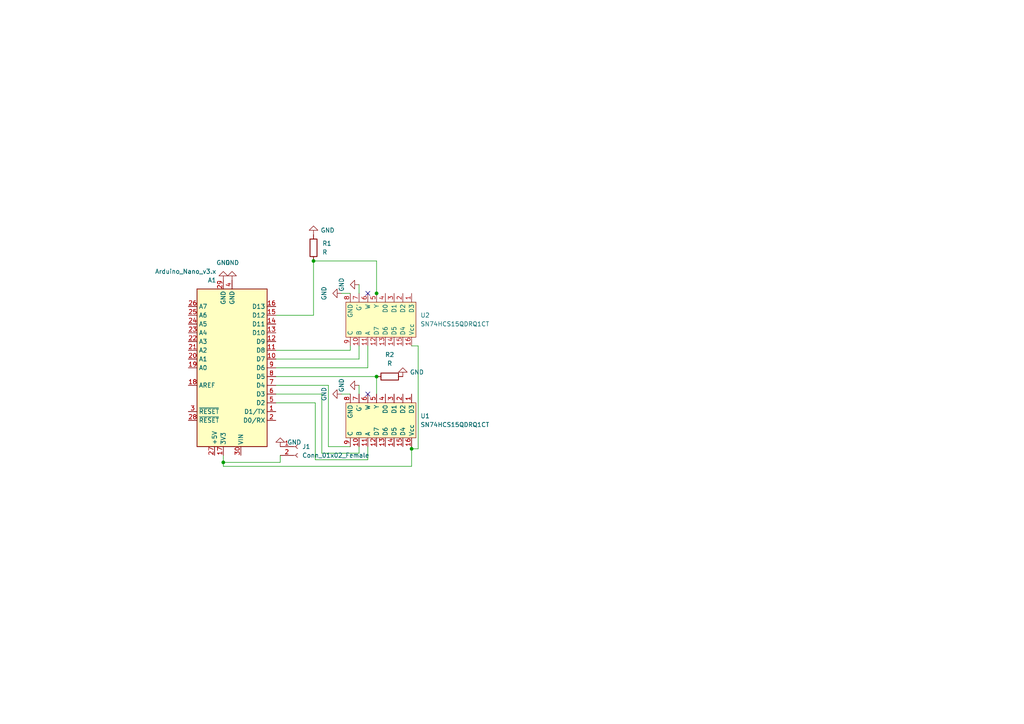
<source format=kicad_sch>
(kicad_sch (version 20211123) (generator eeschema)
  (paper "A4")
  (lib_symbols
    (symbol "Connector:Conn_01x02_Female" (pin_names (offset 1.016) hide)
      (property "Reference" "J" (at 0 2.54 0))
      (property "Value" "Conn_01x02_Female" (at 0 -5.08 0))
      (symbol "Conn_01x02_Female_1_1"
        (arc (start 0 -2.032) (mid -0.508 -2.54) (end 0 -3.048) (stroke (width 0.1524)))
        (polyline (pts (xy -1.27 -2.54) (xy -0.508 -2.54)) (stroke (width 0.1524)))
        (polyline (pts (xy -1.27 0) (xy -0.508 0)) (stroke (width 0.1524)))
        (arc (start 0 0.508) (mid -0.508 0) (end 0 -0.508) (stroke (width 0.1524)))
        (pin passive line (at -5.08 0 0) (length 3.81) (name "Pin_1") (number "1"))
        (pin passive line (at -5.08 -2.54 0) (length 3.81) (name "Pin_2") (number "2"))
      )
    )
    (symbol "Device:R" (pin_numbers hide) (pin_names (offset 0))
      (property "Reference" "R" (at 2.032 0 90))
      (property "Value" "R" (at 0 0 90))
      (symbol "R_0_1"
        (rectangle (start -1.016 -2.54) (end 1.016 2.54) (stroke (width 0.254)))
      )
      (symbol "R_1_1"
        (pin passive line (at 0 3.81 270) (length 1.27) (name "~") (number "1"))
        (pin passive line (at 0 -3.81 90) (length 1.27) (name "~") (number "2"))
      )
    )
    (symbol "MCU_Module:Arduino_Nano_v3.x"
      (property "Reference" "A" (at -10.16 23.495 0))
      (property "Value" "Arduino_Nano_v3.x" (at 5.08 -24.13 0))
      (symbol "Arduino_Nano_v3.x_0_1"
        (rectangle (start -10.16 22.86) (end 10.16 -22.86) (stroke (width 0.254)) (fill (type background)))
      )
      (symbol "Arduino_Nano_v3.x_1_1"
        (pin bidirectional line (at -12.7 12.7 0) (length 2.54) (name "D1/TX") (number "1"))
        (pin bidirectional line (at -12.7 -2.54 0) (length 2.54) (name "D7") (number "10"))
        (pin bidirectional line (at -12.7 -5.08 0) (length 2.54) (name "D8") (number "11"))
        (pin bidirectional line (at -12.7 -7.62 0) (length 2.54) (name "D9") (number "12"))
        (pin bidirectional line (at -12.7 -10.16 0) (length 2.54) (name "D10") (number "13"))
        (pin bidirectional line (at -12.7 -12.7 0) (length 2.54) (name "D11") (number "14"))
        (pin bidirectional line (at -12.7 -15.24 0) (length 2.54) (name "D12") (number "15"))
        (pin bidirectional line (at -12.7 -17.78 0) (length 2.54) (name "D13") (number "16"))
        (pin power_out line (at 2.54 25.4 270) (length 2.54) (name "3V3") (number "17"))
        (pin input line (at 12.7 5.08 180) (length 2.54) (name "AREF") (number "18"))
        (pin bidirectional line (at 12.7 0 180) (length 2.54) (name "A0") (number "19"))
        (pin bidirectional line (at -12.7 15.24 0) (length 2.54) (name "D0/RX") (number "2"))
        (pin bidirectional line (at 12.7 -2.54 180) (length 2.54) (name "A1") (number "20"))
        (pin bidirectional line (at 12.7 -5.08 180) (length 2.54) (name "A2") (number "21"))
        (pin bidirectional line (at 12.7 -7.62 180) (length 2.54) (name "A3") (number "22"))
        (pin bidirectional line (at 12.7 -10.16 180) (length 2.54) (name "A4") (number "23"))
        (pin bidirectional line (at 12.7 -12.7 180) (length 2.54) (name "A5") (number "24"))
        (pin bidirectional line (at 12.7 -15.24 180) (length 2.54) (name "A6") (number "25"))
        (pin bidirectional line (at 12.7 -17.78 180) (length 2.54) (name "A7") (number "26"))
        (pin power_out line (at 5.08 25.4 270) (length 2.54) (name "+5V") (number "27"))
        (pin input line (at 12.7 15.24 180) (length 2.54) (name "~{RESET}") (number "28"))
        (pin power_in line (at 2.54 -25.4 90) (length 2.54) (name "GND") (number "29"))
        (pin input line (at 12.7 12.7 180) (length 2.54) (name "~{RESET}") (number "3"))
        (pin power_in line (at -2.54 25.4 270) (length 2.54) (name "VIN") (number "30"))
        (pin power_in line (at 0 -25.4 90) (length 2.54) (name "GND") (number "4"))
        (pin bidirectional line (at -12.7 10.16 0) (length 2.54) (name "D2") (number "5"))
        (pin bidirectional line (at -12.7 7.62 0) (length 2.54) (name "D3") (number "6"))
        (pin bidirectional line (at -12.7 5.08 0) (length 2.54) (name "D4") (number "7"))
        (pin bidirectional line (at -12.7 2.54 0) (length 2.54) (name "D5") (number "8"))
        (pin bidirectional line (at -12.7 0 0) (length 2.54) (name "D6") (number "9"))
      )
    )
    (symbol "power:GND" (power) (pin_names (offset 0))
      (property "Value" "GND" (at 0 -3.81 0))
      (symbol "GND_0_1"
        (polyline (pts (xy 0 0) (xy 0 -1.27) (xy 1.27 -1.27) (xy 0 -2.54) (xy -1.27 -1.27) (xy 0 -1.27)))
      )
      (symbol "GND_1_1"
        (pin power_in line (at 0 0 270) (length 0) hide (name "GND") (number "1"))
      )
    )
    (symbol "single_layer_prototype:SN74HCS15QDRQ1CT"
      (property "Reference" "U" (at 0 0 0))
      (property "Value" "SN74HCS15QDRQ1CT" (at 0 2.54 0))
      (symbol "SN74HCS15QDRQ1CT_0_1"
        (rectangle (start -5.08 -1.27) (end 5.08 -21.59) (fill (type background)))
      )
      (symbol "SN74HCS15QDRQ1CT_1_1"
        (pin input line (at -7.62 -2.54 0) (length 2.54) (name "D3") (number "1"))
        (pin input line (at 7.62 -17.78 180) (length 2.54) (name "B") (number "10"))
        (pin input line (at 7.62 -15.24 180) (length 2.54) (name "A") (number "11"))
        (pin input line (at 7.62 -12.7 180) (length 2.54) (name "D7") (number "12"))
        (pin input line (at 7.62 -10.16 180) (length 2.54) (name "D6") (number "13"))
        (pin input line (at 7.62 -7.62 180) (length 2.54) (name "D5") (number "14"))
        (pin input line (at 7.62 -5.08 180) (length 2.54) (name "D4") (number "15"))
        (pin input line (at 7.62 -2.54 180) (length 2.54) (name "Vcc") (number "16"))
        (pin input line (at -7.62 -5.08 0) (length 2.54) (name "D2") (number "2"))
        (pin input line (at -7.62 -7.62 0) (length 2.54) (name "D1") (number "3"))
        (pin input line (at -7.62 -10.16 0) (length 2.54) (name "D0") (number "4"))
        (pin input line (at -7.62 -12.7 0) (length 2.54) (name "Y") (number "5"))
        (pin input line (at -7.62 -15.24 0) (length 2.54) (name "W") (number "6"))
        (pin input line (at -7.62 -17.78 0) (length 2.54) (name "G'") (number "7"))
        (pin input line (at -7.62 -20.32 0) (length 2.54) (name "GND") (number "8"))
        (pin input line (at 7.62 -20.32 180) (length 2.54) (name "C") (number "9"))
      )
    )
  )
  (junction (at 90.932 75.692))
  (junction (at 109.22 109.22))
  (junction (at 119.38 130.175))
  (junction (at 64.77 134.112))
  (junction (at 109.22 85.09))
  (no_connect (at 106.68 114.3))
  (no_connect (at 106.68 85.09))
  (wire (pts (xy 104.14 104.14) (xy 104.14 100.33)))
  (wire (pts (xy 90.932 91.44) (xy 90.932 75.692)))
  (wire (pts (xy 121.285 100.33) (xy 121.285 130.175)))
  (wire (pts (xy 95.25 129.54) (xy 101.6 129.54)))
  (wire (pts (xy 64.77 132.08) (xy 64.77 134.112)))
  (wire (pts (xy 80.01 101.6) (xy 101.6 101.6)))
  (wire (pts (xy 93.345 114.3) (xy 93.345 131.445)))
  (wire (pts (xy 106.68 133.35) (xy 106.68 129.54)))
  (wire (pts (xy 101.6 101.6) (xy 101.6 100.33)))
  (wire (pts (xy 109.22 109.22) (xy 109.22 114.3)))
  (wire (pts (xy 81.28 134.112) (xy 64.77 134.112)))
  (wire (pts (xy 95.25 111.76) (xy 80.01 111.76)))
  (wire (pts (xy 80.01 109.22) (xy 109.22 109.22)))
  (wire (pts (xy 80.01 91.44) (xy 90.932 91.44)))
  (wire (pts (xy 93.345 114.3) (xy 80.01 114.3)))
  (wire (pts (xy 121.285 130.175) (xy 119.38 130.175)))
  (wire (pts (xy 119.38 100.33) (xy 121.285 100.33)))
  (wire (pts (xy 64.77 135.255) (xy 119.38 135.255)))
  (wire (pts (xy 104.14 114.3) (xy 104.14 111.76)))
  (wire (pts (xy 119.38 130.175) (xy 119.38 135.255)))
  (wire (pts (xy 109.22 75.692) (xy 109.22 85.09)))
  (wire (pts (xy 91.44 116.84) (xy 80.01 116.84)))
  (wire (pts (xy 104.14 131.445) (xy 104.14 129.54)))
  (wire (pts (xy 91.44 116.84) (xy 91.44 133.35)))
  (wire (pts (xy 101.6 85.09) (xy 99.06 85.09)))
  (wire (pts (xy 80.01 106.68) (xy 106.68 106.68)))
  (wire (pts (xy 119.38 129.54) (xy 119.38 130.175)))
  (wire (pts (xy 81.28 132.08) (xy 81.28 134.112)))
  (wire (pts (xy 90.932 75.692) (xy 109.22 75.692)))
  (wire (pts (xy 109.22 85.09) (xy 109.22 85.344)))
  (wire (pts (xy 64.77 134.112) (xy 64.77 135.255)))
  (wire (pts (xy 101.6 114.3) (xy 99.06 114.3)))
  (wire (pts (xy 80.01 104.14) (xy 104.14 104.14)))
  (wire (pts (xy 106.68 106.68) (xy 106.68 100.33)))
  (wire (pts (xy 93.345 131.445) (xy 104.14 131.445)))
  (wire (pts (xy 95.25 111.76) (xy 95.25 129.54)))
  (wire (pts (xy 104.14 85.09) (xy 104.14 82.55)))
  (wire (pts (xy 91.44 133.35) (xy 106.68 133.35)))
  (symbol (lib_id "power:GND") (at 104.14 82.55 270) (unit 1)
    (property "Reference" "#PWR05" (effects hide))
    (property "Value" "GND" (at 99.06 82.55 0))
  )
  (symbol (lib_id "Device:R") (at 113.03 109.22 90) (unit 1)
    (property "Reference" "R2" (at 113.03 102.87 90))
    (property "Value" "R" (at 113.03 105.41 90))
    (property "Footprint" "Resistor_SMD:R_1206_3216Metric" (effects hide))
  )
  (symbol (lib_id "power:GND") (at 67.31 81.28 180) (unit 1)
    (property "Reference" "#PWR02" (effects hide))
    (property "Value" "GND" (at 67.31 76.2 0))
  )
  (symbol (lib_id "power:GND") (at 116.84 109.22 180) (unit 1)
    (property "Reference" "#PWR0101" (effects hide))
    (property "Value" "GND" (at 118.872 107.9499 0) (effects (justify right)))
  )
  (symbol (lib_id "power:GND") (at 99.06 85.09 270) (unit 1)
    (property "Reference" "#PWR03" (effects hide))
    (property "Value" "GND" (at 93.98 85.09 0))
  )
  (symbol (lib_id "single_layer_prototype:SN74HCS15QDRQ1CT") (at 121.92 121.92 270) (unit 1)
    (property "Reference" "U1" (at 121.92 120.6499 90) (effects (justify left)))
    (property "Value" "SN74HCS15QDRQ1CT" (at 121.92 123.1899 90) (effects (justify left)))
    (property "Footprint" "Package_SO:SOIC-16_3.9x9.9mm_P1.27mm" (effects hide))
  )
  (symbol (lib_id "MCU_Module:Arduino_Nano_v3.x") (at 67.31 106.68 180) (unit 1)
    (property "Reference" "A1" (at 62.7506 81.28 0) (effects (justify left)))
    (property "Value" "Arduino_Nano_v3.x" (at 62.7506 78.74 0) (effects (justify left)))
    (property "Footprint" "Module:Arduino_Nano" (effects hide))
    (property "Datasheet" "http://www.mouser.com/pdfdocs/Gravitech_Arduino_Nano3_0.pdf" (effects hide))
  )
  (symbol (lib_id "power:GND") (at 104.14 111.76 270) (unit 1)
    (property "Reference" "#PWR06" (effects hide))
    (property "Value" "GND" (at 99.06 111.76 0))
  )
  (symbol (lib_id "Connector:Conn_01x02_Female") (at 86.36 129.54 0) (unit 1)
    (property "Reference" "J1" (at 87.63 129.5399 0) (effects (justify left)))
    (property "Value" "Conn_01x02_Female" (at 87.63 132.0799 0) (effects (justify left)))
    (property "Footprint" "ARTS-Lab:banana_connector" (effects hide))
  )
  (symbol (lib_id "power:GND") (at 90.932 68.072 180) (unit 1)
    (property "Reference" "#PWR0103" (effects hide))
    (property "Value" "GND" (at 92.964 66.8019 0) (effects (justify right)))
  )
  (symbol (lib_id "power:GND") (at 64.77 81.28 180) (unit 1)
    (property "Reference" "#PWR01" (effects hide))
    (property "Value" "GND" (at 64.77 76.2 0))
  )
  (symbol (lib_id "power:GND") (at 81.28 129.54 180) (unit 1)
    (property "Reference" "#PWR0102" (effects hide))
    (property "Value" "GND" (at 83.312 128.2699 0) (effects (justify right)))
  )
  (symbol (lib_id "single_layer_prototype:SN74HCS15QDRQ1CT") (at 121.92 92.71 270) (unit 1)
    (property "Reference" "U2" (at 121.92 91.4399 90) (effects (justify left)))
    (property "Value" "SN74HCS15QDRQ1CT" (at 121.92 93.9799 90) (effects (justify left)))
    (property "Footprint" "Package_SO:SOIC-16_3.9x9.9mm_P1.27mm" (effects hide))
  )
  (symbol (lib_id "power:GND") (at 99.06 114.3 270) (unit 1)
    (property "Reference" "#PWR04" (effects hide))
    (property "Value" "GND" (at 93.98 114.3 0))
  )
  (symbol (lib_id "Device:R") (at 90.932 71.882 0) (unit 1)
    (property "Reference" "R1" (at 93.472 70.6119 0) (effects (justify left)))
    (property "Value" "R" (at 93.472 73.1519 0) (effects (justify left)))
    (property "Footprint" "Resistor_SMD:R_1206_3216Metric" (effects hide))
  )
)
</source>
